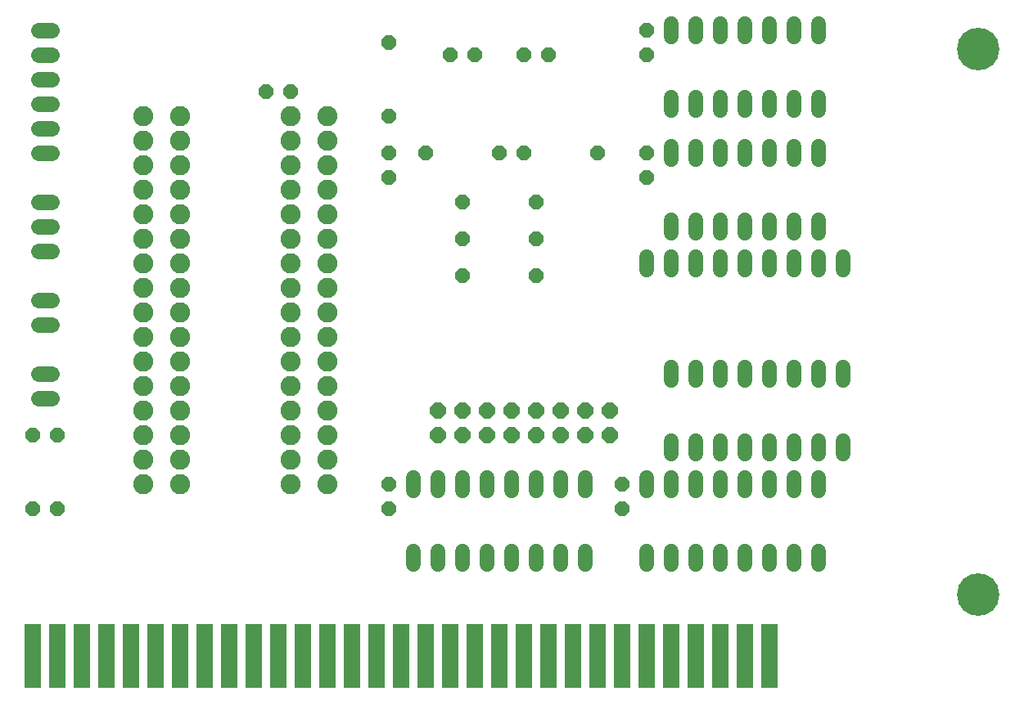
<source format=gbs>
G75*
%MOIN*%
%OFA0B0*%
%FSLAX24Y24*%
%IPPOS*%
%LPD*%
%AMOC8*
5,1,8,0,0,1.08239X$1,22.5*
%
%ADD10R,0.0680X0.2630*%
%ADD11OC8,0.0600*%
%ADD12C,0.1730*%
%ADD13C,0.0820*%
%ADD14C,0.0600*%
%ADD15OC8,0.0640*%
%ADD16C,0.0640*%
D10*
X002180Y001900D03*
X003180Y001900D03*
X004180Y001900D03*
X005180Y001900D03*
X006180Y001900D03*
X007180Y001900D03*
X008180Y001900D03*
X009180Y001900D03*
X010180Y001900D03*
X011180Y001900D03*
X012180Y001900D03*
X013180Y001900D03*
X014180Y001900D03*
X015180Y001900D03*
X016180Y001900D03*
X017180Y001900D03*
X018180Y001900D03*
X019180Y001900D03*
X020180Y001900D03*
X021180Y001900D03*
X022180Y001900D03*
X023180Y001900D03*
X024180Y001900D03*
X025180Y001900D03*
X026180Y001900D03*
X027180Y001900D03*
X028180Y001900D03*
X029180Y001900D03*
X030180Y001900D03*
X031180Y001900D03*
X032180Y001900D03*
D11*
X026180Y007900D03*
X026180Y008900D03*
X016680Y008900D03*
X016680Y007900D03*
X019680Y017400D03*
X019680Y018900D03*
X019680Y020400D03*
X018180Y022400D03*
X016680Y022400D03*
X016680Y021400D03*
X016680Y023900D03*
X019180Y026400D03*
X020180Y026400D03*
X022180Y026400D03*
X023180Y026400D03*
X027180Y026400D03*
X027180Y027400D03*
X027180Y022400D03*
X027180Y021400D03*
X025180Y022400D03*
X022680Y020400D03*
X022680Y018900D03*
X022680Y017400D03*
X022180Y022400D03*
X021180Y022400D03*
X016680Y026900D03*
X012680Y024900D03*
X011680Y024900D03*
X003180Y010900D03*
X002180Y010900D03*
X002180Y007900D03*
X003180Y007900D03*
D12*
X040680Y004400D03*
X040680Y026650D03*
D13*
X014180Y023900D03*
X014180Y022900D03*
X014180Y021900D03*
X014180Y020900D03*
X014180Y019900D03*
X014180Y018900D03*
X014180Y017900D03*
X014180Y016900D03*
X014180Y015900D03*
X014180Y014900D03*
X014180Y013900D03*
X014180Y012900D03*
X014180Y011900D03*
X014180Y010900D03*
X014180Y009900D03*
X014180Y008900D03*
X012680Y008900D03*
X012680Y009900D03*
X012680Y010900D03*
X012680Y011900D03*
X012680Y012900D03*
X012680Y013900D03*
X012680Y014900D03*
X012680Y015900D03*
X012680Y016900D03*
X012680Y017900D03*
X012680Y018900D03*
X012680Y019900D03*
X012680Y020900D03*
X012680Y021900D03*
X012680Y022900D03*
X012680Y023900D03*
X008180Y023900D03*
X008180Y022900D03*
X008180Y021900D03*
X008180Y020900D03*
X008180Y019900D03*
X008180Y018900D03*
X008180Y017900D03*
X008180Y016900D03*
X008180Y015900D03*
X008180Y014900D03*
X008180Y013900D03*
X008180Y012900D03*
X008180Y011900D03*
X008180Y010900D03*
X008180Y009900D03*
X008180Y008900D03*
X006680Y008900D03*
X006680Y009900D03*
X006680Y010900D03*
X006680Y011900D03*
X006680Y012900D03*
X006680Y013900D03*
X006680Y014900D03*
X006680Y015900D03*
X006680Y016900D03*
X006680Y017900D03*
X006680Y018900D03*
X006680Y019900D03*
X006680Y020900D03*
X006680Y021900D03*
X006680Y022900D03*
X006680Y023900D03*
D14*
X017680Y009160D02*
X017680Y008640D01*
X018680Y008640D02*
X018680Y009160D01*
X019680Y009160D02*
X019680Y008640D01*
X020680Y008640D02*
X020680Y009160D01*
X021680Y009160D02*
X021680Y008640D01*
X022680Y008640D02*
X022680Y009160D01*
X023680Y009160D02*
X023680Y008640D01*
X024680Y008640D02*
X024680Y009160D01*
X027180Y009160D02*
X027180Y008640D01*
X028180Y008640D02*
X028180Y009160D01*
X028180Y010140D02*
X028180Y010660D01*
X029180Y010660D02*
X029180Y010140D01*
X030180Y010140D02*
X030180Y010660D01*
X031180Y010660D02*
X031180Y010140D01*
X031180Y009160D02*
X031180Y008640D01*
X030180Y008640D02*
X030180Y009160D01*
X029180Y009160D02*
X029180Y008640D01*
X029180Y006160D02*
X029180Y005640D01*
X030180Y005640D02*
X030180Y006160D01*
X031180Y006160D02*
X031180Y005640D01*
X032180Y005640D02*
X032180Y006160D01*
X033180Y006160D02*
X033180Y005640D01*
X034180Y005640D02*
X034180Y006160D01*
X034180Y008640D02*
X034180Y009160D01*
X033180Y009160D02*
X033180Y008640D01*
X032180Y008640D02*
X032180Y009160D01*
X032180Y010140D02*
X032180Y010660D01*
X033180Y010660D02*
X033180Y010140D01*
X034180Y010140D02*
X034180Y010660D01*
X035180Y010660D02*
X035180Y010140D01*
X035180Y013140D02*
X035180Y013660D01*
X034180Y013660D02*
X034180Y013140D01*
X033180Y013140D02*
X033180Y013660D01*
X032180Y013660D02*
X032180Y013140D01*
X031180Y013140D02*
X031180Y013660D01*
X030180Y013660D02*
X030180Y013140D01*
X029180Y013140D02*
X029180Y013660D01*
X028180Y013660D02*
X028180Y013140D01*
X028180Y017640D02*
X028180Y018160D01*
X027180Y018160D02*
X027180Y017640D01*
X028180Y019140D02*
X028180Y019660D01*
X029180Y019660D02*
X029180Y019140D01*
X030180Y019140D02*
X030180Y019660D01*
X031180Y019660D02*
X031180Y019140D01*
X031180Y018160D02*
X031180Y017640D01*
X030180Y017640D02*
X030180Y018160D01*
X029180Y018160D02*
X029180Y017640D01*
X032180Y017640D02*
X032180Y018160D01*
X033180Y018160D02*
X033180Y017640D01*
X034180Y017640D02*
X034180Y018160D01*
X034180Y019140D02*
X034180Y019660D01*
X033180Y019660D02*
X033180Y019140D01*
X032180Y019140D02*
X032180Y019660D01*
X032180Y022140D02*
X032180Y022660D01*
X033180Y022660D02*
X033180Y022140D01*
X034180Y022140D02*
X034180Y022660D01*
X034180Y024140D02*
X034180Y024660D01*
X033180Y024660D02*
X033180Y024140D01*
X032180Y024140D02*
X032180Y024660D01*
X031180Y024660D02*
X031180Y024140D01*
X030180Y024140D02*
X030180Y024660D01*
X029180Y024660D02*
X029180Y024140D01*
X028180Y024140D02*
X028180Y024660D01*
X028180Y022660D02*
X028180Y022140D01*
X029180Y022140D02*
X029180Y022660D01*
X030180Y022660D02*
X030180Y022140D01*
X031180Y022140D02*
X031180Y022660D01*
X031180Y027140D02*
X031180Y027660D01*
X030180Y027660D02*
X030180Y027140D01*
X029180Y027140D02*
X029180Y027660D01*
X028180Y027660D02*
X028180Y027140D01*
X032180Y027140D02*
X032180Y027660D01*
X033180Y027660D02*
X033180Y027140D01*
X034180Y027140D02*
X034180Y027660D01*
X035180Y018160D02*
X035180Y017640D01*
X028180Y006160D02*
X028180Y005640D01*
X027180Y005640D02*
X027180Y006160D01*
X024680Y006160D02*
X024680Y005640D01*
X023680Y005640D02*
X023680Y006160D01*
X022680Y006160D02*
X022680Y005640D01*
X021680Y005640D02*
X021680Y006160D01*
X020680Y006160D02*
X020680Y005640D01*
X019680Y005640D02*
X019680Y006160D01*
X018680Y006160D02*
X018680Y005640D01*
X017680Y005640D02*
X017680Y006160D01*
D15*
X018680Y010900D03*
X019680Y010900D03*
X019680Y011900D03*
X018680Y011900D03*
X020680Y011900D03*
X021680Y011900D03*
X022680Y011900D03*
X022680Y010900D03*
X021680Y010900D03*
X020680Y010900D03*
X023680Y010900D03*
X024680Y010900D03*
X025680Y010900D03*
X025680Y011900D03*
X024680Y011900D03*
X023680Y011900D03*
D16*
X002960Y012400D02*
X002400Y012400D01*
X002400Y013400D02*
X002960Y013400D01*
X002960Y015400D02*
X002400Y015400D01*
X002400Y016400D02*
X002960Y016400D01*
X002960Y018400D02*
X002400Y018400D01*
X002400Y019400D02*
X002960Y019400D01*
X002960Y020400D02*
X002400Y020400D01*
X002400Y022400D02*
X002960Y022400D01*
X002960Y023400D02*
X002400Y023400D01*
X002400Y024400D02*
X002960Y024400D01*
X002960Y025400D02*
X002400Y025400D01*
X002400Y026400D02*
X002960Y026400D01*
X002960Y027400D02*
X002400Y027400D01*
M02*

</source>
